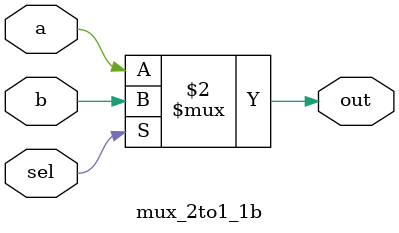
<source format=v>
module mux_2to1_1b(out, a, b, sel);

	output out;
	input a, b, sel;

	assign out = sel==0?a:b;

endmodule

</source>
